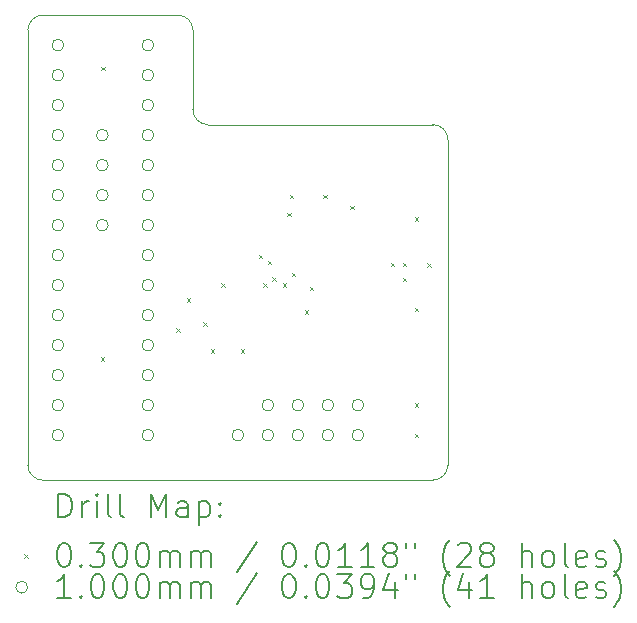
<source format=gbr>
%TF.GenerationSoftware,KiCad,Pcbnew,9.0.0*%
%TF.CreationDate,2025-07-06T15:54:37+02:00*%
%TF.ProjectId,ckbd,636b6264-2e6b-4696-9361-645f70636258,d*%
%TF.SameCoordinates,Original*%
%TF.FileFunction,Drillmap*%
%TF.FilePolarity,Positive*%
%FSLAX45Y45*%
G04 Gerber Fmt 4.5, Leading zero omitted, Abs format (unit mm)*
G04 Created by KiCad (PCBNEW 9.0.0) date 2025-07-06 15:54:37*
%MOMM*%
%LPD*%
G01*
G04 APERTURE LIST*
%ADD10C,0.050000*%
%ADD11C,0.200000*%
%ADD12C,0.100000*%
G04 APERTURE END LIST*
D10*
X13896340Y-4808220D02*
G75*
G02*
X14023340Y-4935220I0J-127000D01*
G01*
X10467340Y-4008120D02*
G75*
G02*
X10594340Y-3881120I127000J0D01*
G01*
X11991340Y-4808220D02*
G75*
G02*
X11864340Y-4681220I0J127000D01*
G01*
X14023340Y-7691120D02*
G75*
G02*
X13896340Y-7818120I-127000J0D01*
G01*
X10467340Y-4008120D02*
X10467340Y-7691120D01*
X11737340Y-3881120D02*
X10594340Y-3881120D01*
X10594340Y-7818120D02*
X13896340Y-7818120D01*
X13896340Y-4808220D02*
X11991340Y-4808220D01*
X10594340Y-7818120D02*
G75*
G02*
X10467340Y-7691120I0J127000D01*
G01*
X11864340Y-4008120D02*
X11864340Y-4681220D01*
X11737340Y-3881120D02*
G75*
G02*
X11864340Y-4008120I0J-127000D01*
G01*
X14023340Y-7691120D02*
X14023340Y-4935220D01*
D11*
D12*
X11084800Y-6779500D02*
X11114800Y-6809500D01*
X11114800Y-6779500D02*
X11084800Y-6809500D01*
X11087340Y-4318240D02*
X11117340Y-4348240D01*
X11117340Y-4318240D02*
X11087340Y-4348240D01*
X11722340Y-6533120D02*
X11752340Y-6563120D01*
X11752340Y-6533120D02*
X11722340Y-6563120D01*
X11812200Y-6279120D02*
X11842200Y-6309120D01*
X11842200Y-6279120D02*
X11812200Y-6309120D01*
X11950940Y-6482320D02*
X11980940Y-6512320D01*
X11980940Y-6482320D02*
X11950940Y-6512320D01*
X12014440Y-6710920D02*
X12044440Y-6740920D01*
X12044440Y-6710920D02*
X12014440Y-6740920D01*
X12103340Y-6152120D02*
X12133340Y-6182120D01*
X12133340Y-6152120D02*
X12103340Y-6182120D01*
X12268440Y-6710920D02*
X12298440Y-6740920D01*
X12298440Y-6710920D02*
X12268440Y-6740920D01*
X12420840Y-5910820D02*
X12450840Y-5940820D01*
X12450840Y-5910820D02*
X12420840Y-5940820D01*
X12459126Y-6152120D02*
X12489126Y-6182120D01*
X12489126Y-6152120D02*
X12459126Y-6182120D01*
X12497040Y-5961620D02*
X12527040Y-5991620D01*
X12527040Y-5961620D02*
X12497040Y-5991620D01*
X12535140Y-6101320D02*
X12565140Y-6131320D01*
X12565140Y-6101320D02*
X12535140Y-6131320D01*
X12624040Y-6152120D02*
X12654040Y-6182120D01*
X12654040Y-6152120D02*
X12624040Y-6182120D01*
X12662540Y-5555220D02*
X12692540Y-5585220D01*
X12692540Y-5555220D02*
X12662540Y-5585220D01*
X12682460Y-5400650D02*
X12712460Y-5430650D01*
X12712460Y-5400650D02*
X12682460Y-5430650D01*
X12700240Y-6060680D02*
X12730240Y-6090680D01*
X12730240Y-6060680D02*
X12700240Y-6090680D01*
X12812000Y-6380720D02*
X12842000Y-6410720D01*
X12842000Y-6380720D02*
X12812000Y-6410720D01*
X12852640Y-6182600D02*
X12882640Y-6212600D01*
X12882640Y-6182600D02*
X12852640Y-6212600D01*
X12966940Y-5400280D02*
X12996940Y-5430280D01*
X12996940Y-5400280D02*
X12966940Y-5430280D01*
X13198080Y-5496800D02*
X13228080Y-5526800D01*
X13228080Y-5496800D02*
X13198080Y-5526800D01*
X13540365Y-5977475D02*
X13570365Y-6007475D01*
X13570365Y-5977475D02*
X13540365Y-6007475D01*
X13641965Y-5977475D02*
X13671965Y-6007475D01*
X13671965Y-5977475D02*
X13641965Y-6007475D01*
X13641965Y-6104475D02*
X13671965Y-6134475D01*
X13671965Y-6104475D02*
X13641965Y-6134475D01*
X13741640Y-5593320D02*
X13771640Y-5623320D01*
X13771640Y-5593320D02*
X13741640Y-5623320D01*
X13741640Y-7168120D02*
X13771640Y-7198120D01*
X13771640Y-7168120D02*
X13741640Y-7198120D01*
X13741640Y-7427200D02*
X13771640Y-7457200D01*
X13771640Y-7427200D02*
X13741640Y-7457200D01*
X13743565Y-6358475D02*
X13773565Y-6388475D01*
X13773565Y-6358475D02*
X13743565Y-6388475D01*
X13849015Y-5981325D02*
X13879015Y-6011325D01*
X13879015Y-5981325D02*
X13849015Y-6011325D01*
X10771340Y-4135120D02*
G75*
G02*
X10671340Y-4135120I-50000J0D01*
G01*
X10671340Y-4135120D02*
G75*
G02*
X10771340Y-4135120I50000J0D01*
G01*
X10771340Y-4389120D02*
G75*
G02*
X10671340Y-4389120I-50000J0D01*
G01*
X10671340Y-4389120D02*
G75*
G02*
X10771340Y-4389120I50000J0D01*
G01*
X10771340Y-4643120D02*
G75*
G02*
X10671340Y-4643120I-50000J0D01*
G01*
X10671340Y-4643120D02*
G75*
G02*
X10771340Y-4643120I50000J0D01*
G01*
X10771340Y-4897120D02*
G75*
G02*
X10671340Y-4897120I-50000J0D01*
G01*
X10671340Y-4897120D02*
G75*
G02*
X10771340Y-4897120I50000J0D01*
G01*
X10771340Y-5151120D02*
G75*
G02*
X10671340Y-5151120I-50000J0D01*
G01*
X10671340Y-5151120D02*
G75*
G02*
X10771340Y-5151120I50000J0D01*
G01*
X10771340Y-5405120D02*
G75*
G02*
X10671340Y-5405120I-50000J0D01*
G01*
X10671340Y-5405120D02*
G75*
G02*
X10771340Y-5405120I50000J0D01*
G01*
X10771340Y-5659120D02*
G75*
G02*
X10671340Y-5659120I-50000J0D01*
G01*
X10671340Y-5659120D02*
G75*
G02*
X10771340Y-5659120I50000J0D01*
G01*
X10771340Y-5913120D02*
G75*
G02*
X10671340Y-5913120I-50000J0D01*
G01*
X10671340Y-5913120D02*
G75*
G02*
X10771340Y-5913120I50000J0D01*
G01*
X10771340Y-6167120D02*
G75*
G02*
X10671340Y-6167120I-50000J0D01*
G01*
X10671340Y-6167120D02*
G75*
G02*
X10771340Y-6167120I50000J0D01*
G01*
X10771340Y-6421120D02*
G75*
G02*
X10671340Y-6421120I-50000J0D01*
G01*
X10671340Y-6421120D02*
G75*
G02*
X10771340Y-6421120I50000J0D01*
G01*
X10771340Y-6675120D02*
G75*
G02*
X10671340Y-6675120I-50000J0D01*
G01*
X10671340Y-6675120D02*
G75*
G02*
X10771340Y-6675120I50000J0D01*
G01*
X10771340Y-6929120D02*
G75*
G02*
X10671340Y-6929120I-50000J0D01*
G01*
X10671340Y-6929120D02*
G75*
G02*
X10771340Y-6929120I50000J0D01*
G01*
X10771340Y-7183120D02*
G75*
G02*
X10671340Y-7183120I-50000J0D01*
G01*
X10671340Y-7183120D02*
G75*
G02*
X10771340Y-7183120I50000J0D01*
G01*
X10771340Y-7437120D02*
G75*
G02*
X10671340Y-7437120I-50000J0D01*
G01*
X10671340Y-7437120D02*
G75*
G02*
X10771340Y-7437120I50000J0D01*
G01*
X11147260Y-4897120D02*
G75*
G02*
X11047260Y-4897120I-50000J0D01*
G01*
X11047260Y-4897120D02*
G75*
G02*
X11147260Y-4897120I50000J0D01*
G01*
X11147260Y-5151120D02*
G75*
G02*
X11047260Y-5151120I-50000J0D01*
G01*
X11047260Y-5151120D02*
G75*
G02*
X11147260Y-5151120I50000J0D01*
G01*
X11147260Y-5405120D02*
G75*
G02*
X11047260Y-5405120I-50000J0D01*
G01*
X11047260Y-5405120D02*
G75*
G02*
X11147260Y-5405120I50000J0D01*
G01*
X11147260Y-5659120D02*
G75*
G02*
X11047260Y-5659120I-50000J0D01*
G01*
X11047260Y-5659120D02*
G75*
G02*
X11147260Y-5659120I50000J0D01*
G01*
X11533340Y-4135120D02*
G75*
G02*
X11433340Y-4135120I-50000J0D01*
G01*
X11433340Y-4135120D02*
G75*
G02*
X11533340Y-4135120I50000J0D01*
G01*
X11533340Y-4389120D02*
G75*
G02*
X11433340Y-4389120I-50000J0D01*
G01*
X11433340Y-4389120D02*
G75*
G02*
X11533340Y-4389120I50000J0D01*
G01*
X11533340Y-4643120D02*
G75*
G02*
X11433340Y-4643120I-50000J0D01*
G01*
X11433340Y-4643120D02*
G75*
G02*
X11533340Y-4643120I50000J0D01*
G01*
X11533340Y-4897120D02*
G75*
G02*
X11433340Y-4897120I-50000J0D01*
G01*
X11433340Y-4897120D02*
G75*
G02*
X11533340Y-4897120I50000J0D01*
G01*
X11533340Y-5151120D02*
G75*
G02*
X11433340Y-5151120I-50000J0D01*
G01*
X11433340Y-5151120D02*
G75*
G02*
X11533340Y-5151120I50000J0D01*
G01*
X11533340Y-5405120D02*
G75*
G02*
X11433340Y-5405120I-50000J0D01*
G01*
X11433340Y-5405120D02*
G75*
G02*
X11533340Y-5405120I50000J0D01*
G01*
X11533340Y-5659120D02*
G75*
G02*
X11433340Y-5659120I-50000J0D01*
G01*
X11433340Y-5659120D02*
G75*
G02*
X11533340Y-5659120I50000J0D01*
G01*
X11533340Y-5913120D02*
G75*
G02*
X11433340Y-5913120I-50000J0D01*
G01*
X11433340Y-5913120D02*
G75*
G02*
X11533340Y-5913120I50000J0D01*
G01*
X11533340Y-6167120D02*
G75*
G02*
X11433340Y-6167120I-50000J0D01*
G01*
X11433340Y-6167120D02*
G75*
G02*
X11533340Y-6167120I50000J0D01*
G01*
X11533340Y-6421120D02*
G75*
G02*
X11433340Y-6421120I-50000J0D01*
G01*
X11433340Y-6421120D02*
G75*
G02*
X11533340Y-6421120I50000J0D01*
G01*
X11533340Y-6675120D02*
G75*
G02*
X11433340Y-6675120I-50000J0D01*
G01*
X11433340Y-6675120D02*
G75*
G02*
X11533340Y-6675120I50000J0D01*
G01*
X11533340Y-6929120D02*
G75*
G02*
X11433340Y-6929120I-50000J0D01*
G01*
X11433340Y-6929120D02*
G75*
G02*
X11533340Y-6929120I50000J0D01*
G01*
X11533340Y-7183120D02*
G75*
G02*
X11433340Y-7183120I-50000J0D01*
G01*
X11433340Y-7183120D02*
G75*
G02*
X11533340Y-7183120I50000J0D01*
G01*
X11533340Y-7437120D02*
G75*
G02*
X11433340Y-7437120I-50000J0D01*
G01*
X11433340Y-7437120D02*
G75*
G02*
X11533340Y-7437120I50000J0D01*
G01*
X12295340Y-7437120D02*
G75*
G02*
X12195340Y-7437120I-50000J0D01*
G01*
X12195340Y-7437120D02*
G75*
G02*
X12295340Y-7437120I50000J0D01*
G01*
X12549340Y-7183120D02*
G75*
G02*
X12449340Y-7183120I-50000J0D01*
G01*
X12449340Y-7183120D02*
G75*
G02*
X12549340Y-7183120I50000J0D01*
G01*
X12549340Y-7437120D02*
G75*
G02*
X12449340Y-7437120I-50000J0D01*
G01*
X12449340Y-7437120D02*
G75*
G02*
X12549340Y-7437120I50000J0D01*
G01*
X12803340Y-7183120D02*
G75*
G02*
X12703340Y-7183120I-50000J0D01*
G01*
X12703340Y-7183120D02*
G75*
G02*
X12803340Y-7183120I50000J0D01*
G01*
X12803340Y-7437120D02*
G75*
G02*
X12703340Y-7437120I-50000J0D01*
G01*
X12703340Y-7437120D02*
G75*
G02*
X12803340Y-7437120I50000J0D01*
G01*
X13057340Y-7183120D02*
G75*
G02*
X12957340Y-7183120I-50000J0D01*
G01*
X12957340Y-7183120D02*
G75*
G02*
X13057340Y-7183120I50000J0D01*
G01*
X13057340Y-7437120D02*
G75*
G02*
X12957340Y-7437120I-50000J0D01*
G01*
X12957340Y-7437120D02*
G75*
G02*
X13057340Y-7437120I50000J0D01*
G01*
X13311340Y-7183120D02*
G75*
G02*
X13211340Y-7183120I-50000J0D01*
G01*
X13211340Y-7183120D02*
G75*
G02*
X13311340Y-7183120I50000J0D01*
G01*
X13311340Y-7437120D02*
G75*
G02*
X13211340Y-7437120I-50000J0D01*
G01*
X13211340Y-7437120D02*
G75*
G02*
X13311340Y-7437120I50000J0D01*
G01*
D11*
X10725617Y-8132104D02*
X10725617Y-7932104D01*
X10725617Y-7932104D02*
X10773236Y-7932104D01*
X10773236Y-7932104D02*
X10801807Y-7941628D01*
X10801807Y-7941628D02*
X10820855Y-7960675D01*
X10820855Y-7960675D02*
X10830379Y-7979723D01*
X10830379Y-7979723D02*
X10839903Y-8017818D01*
X10839903Y-8017818D02*
X10839903Y-8046389D01*
X10839903Y-8046389D02*
X10830379Y-8084485D01*
X10830379Y-8084485D02*
X10820855Y-8103532D01*
X10820855Y-8103532D02*
X10801807Y-8122580D01*
X10801807Y-8122580D02*
X10773236Y-8132104D01*
X10773236Y-8132104D02*
X10725617Y-8132104D01*
X10925617Y-8132104D02*
X10925617Y-7998770D01*
X10925617Y-8036866D02*
X10935141Y-8017818D01*
X10935141Y-8017818D02*
X10944664Y-8008294D01*
X10944664Y-8008294D02*
X10963712Y-7998770D01*
X10963712Y-7998770D02*
X10982760Y-7998770D01*
X11049426Y-8132104D02*
X11049426Y-7998770D01*
X11049426Y-7932104D02*
X11039903Y-7941628D01*
X11039903Y-7941628D02*
X11049426Y-7951151D01*
X11049426Y-7951151D02*
X11058950Y-7941628D01*
X11058950Y-7941628D02*
X11049426Y-7932104D01*
X11049426Y-7932104D02*
X11049426Y-7951151D01*
X11173236Y-8132104D02*
X11154188Y-8122580D01*
X11154188Y-8122580D02*
X11144664Y-8103532D01*
X11144664Y-8103532D02*
X11144664Y-7932104D01*
X11277998Y-8132104D02*
X11258950Y-8122580D01*
X11258950Y-8122580D02*
X11249426Y-8103532D01*
X11249426Y-8103532D02*
X11249426Y-7932104D01*
X11506569Y-8132104D02*
X11506569Y-7932104D01*
X11506569Y-7932104D02*
X11573236Y-8074961D01*
X11573236Y-8074961D02*
X11639902Y-7932104D01*
X11639902Y-7932104D02*
X11639902Y-8132104D01*
X11820855Y-8132104D02*
X11820855Y-8027342D01*
X11820855Y-8027342D02*
X11811331Y-8008294D01*
X11811331Y-8008294D02*
X11792283Y-7998770D01*
X11792283Y-7998770D02*
X11754188Y-7998770D01*
X11754188Y-7998770D02*
X11735141Y-8008294D01*
X11820855Y-8122580D02*
X11801807Y-8132104D01*
X11801807Y-8132104D02*
X11754188Y-8132104D01*
X11754188Y-8132104D02*
X11735141Y-8122580D01*
X11735141Y-8122580D02*
X11725617Y-8103532D01*
X11725617Y-8103532D02*
X11725617Y-8084485D01*
X11725617Y-8084485D02*
X11735141Y-8065437D01*
X11735141Y-8065437D02*
X11754188Y-8055913D01*
X11754188Y-8055913D02*
X11801807Y-8055913D01*
X11801807Y-8055913D02*
X11820855Y-8046389D01*
X11916093Y-7998770D02*
X11916093Y-8198770D01*
X11916093Y-8008294D02*
X11935141Y-7998770D01*
X11935141Y-7998770D02*
X11973236Y-7998770D01*
X11973236Y-7998770D02*
X11992283Y-8008294D01*
X11992283Y-8008294D02*
X12001807Y-8017818D01*
X12001807Y-8017818D02*
X12011331Y-8036866D01*
X12011331Y-8036866D02*
X12011331Y-8094008D01*
X12011331Y-8094008D02*
X12001807Y-8113056D01*
X12001807Y-8113056D02*
X11992283Y-8122580D01*
X11992283Y-8122580D02*
X11973236Y-8132104D01*
X11973236Y-8132104D02*
X11935141Y-8132104D01*
X11935141Y-8132104D02*
X11916093Y-8122580D01*
X12097045Y-8113056D02*
X12106569Y-8122580D01*
X12106569Y-8122580D02*
X12097045Y-8132104D01*
X12097045Y-8132104D02*
X12087522Y-8122580D01*
X12087522Y-8122580D02*
X12097045Y-8113056D01*
X12097045Y-8113056D02*
X12097045Y-8132104D01*
X12097045Y-8008294D02*
X12106569Y-8017818D01*
X12106569Y-8017818D02*
X12097045Y-8027342D01*
X12097045Y-8027342D02*
X12087522Y-8017818D01*
X12087522Y-8017818D02*
X12097045Y-8008294D01*
X12097045Y-8008294D02*
X12097045Y-8027342D01*
D12*
X10434840Y-8445620D02*
X10464840Y-8475620D01*
X10464840Y-8445620D02*
X10434840Y-8475620D01*
D11*
X10763712Y-8352104D02*
X10782760Y-8352104D01*
X10782760Y-8352104D02*
X10801807Y-8361628D01*
X10801807Y-8361628D02*
X10811331Y-8371151D01*
X10811331Y-8371151D02*
X10820855Y-8390199D01*
X10820855Y-8390199D02*
X10830379Y-8428294D01*
X10830379Y-8428294D02*
X10830379Y-8475913D01*
X10830379Y-8475913D02*
X10820855Y-8514009D01*
X10820855Y-8514009D02*
X10811331Y-8533056D01*
X10811331Y-8533056D02*
X10801807Y-8542580D01*
X10801807Y-8542580D02*
X10782760Y-8552104D01*
X10782760Y-8552104D02*
X10763712Y-8552104D01*
X10763712Y-8552104D02*
X10744664Y-8542580D01*
X10744664Y-8542580D02*
X10735141Y-8533056D01*
X10735141Y-8533056D02*
X10725617Y-8514009D01*
X10725617Y-8514009D02*
X10716093Y-8475913D01*
X10716093Y-8475913D02*
X10716093Y-8428294D01*
X10716093Y-8428294D02*
X10725617Y-8390199D01*
X10725617Y-8390199D02*
X10735141Y-8371151D01*
X10735141Y-8371151D02*
X10744664Y-8361628D01*
X10744664Y-8361628D02*
X10763712Y-8352104D01*
X10916093Y-8533056D02*
X10925617Y-8542580D01*
X10925617Y-8542580D02*
X10916093Y-8552104D01*
X10916093Y-8552104D02*
X10906569Y-8542580D01*
X10906569Y-8542580D02*
X10916093Y-8533056D01*
X10916093Y-8533056D02*
X10916093Y-8552104D01*
X10992284Y-8352104D02*
X11116093Y-8352104D01*
X11116093Y-8352104D02*
X11049426Y-8428294D01*
X11049426Y-8428294D02*
X11077998Y-8428294D01*
X11077998Y-8428294D02*
X11097045Y-8437818D01*
X11097045Y-8437818D02*
X11106569Y-8447342D01*
X11106569Y-8447342D02*
X11116093Y-8466390D01*
X11116093Y-8466390D02*
X11116093Y-8514009D01*
X11116093Y-8514009D02*
X11106569Y-8533056D01*
X11106569Y-8533056D02*
X11097045Y-8542580D01*
X11097045Y-8542580D02*
X11077998Y-8552104D01*
X11077998Y-8552104D02*
X11020855Y-8552104D01*
X11020855Y-8552104D02*
X11001807Y-8542580D01*
X11001807Y-8542580D02*
X10992284Y-8533056D01*
X11239902Y-8352104D02*
X11258950Y-8352104D01*
X11258950Y-8352104D02*
X11277998Y-8361628D01*
X11277998Y-8361628D02*
X11287522Y-8371151D01*
X11287522Y-8371151D02*
X11297045Y-8390199D01*
X11297045Y-8390199D02*
X11306569Y-8428294D01*
X11306569Y-8428294D02*
X11306569Y-8475913D01*
X11306569Y-8475913D02*
X11297045Y-8514009D01*
X11297045Y-8514009D02*
X11287522Y-8533056D01*
X11287522Y-8533056D02*
X11277998Y-8542580D01*
X11277998Y-8542580D02*
X11258950Y-8552104D01*
X11258950Y-8552104D02*
X11239902Y-8552104D01*
X11239902Y-8552104D02*
X11220855Y-8542580D01*
X11220855Y-8542580D02*
X11211331Y-8533056D01*
X11211331Y-8533056D02*
X11201807Y-8514009D01*
X11201807Y-8514009D02*
X11192283Y-8475913D01*
X11192283Y-8475913D02*
X11192283Y-8428294D01*
X11192283Y-8428294D02*
X11201807Y-8390199D01*
X11201807Y-8390199D02*
X11211331Y-8371151D01*
X11211331Y-8371151D02*
X11220855Y-8361628D01*
X11220855Y-8361628D02*
X11239902Y-8352104D01*
X11430379Y-8352104D02*
X11449426Y-8352104D01*
X11449426Y-8352104D02*
X11468474Y-8361628D01*
X11468474Y-8361628D02*
X11477998Y-8371151D01*
X11477998Y-8371151D02*
X11487522Y-8390199D01*
X11487522Y-8390199D02*
X11497045Y-8428294D01*
X11497045Y-8428294D02*
X11497045Y-8475913D01*
X11497045Y-8475913D02*
X11487522Y-8514009D01*
X11487522Y-8514009D02*
X11477998Y-8533056D01*
X11477998Y-8533056D02*
X11468474Y-8542580D01*
X11468474Y-8542580D02*
X11449426Y-8552104D01*
X11449426Y-8552104D02*
X11430379Y-8552104D01*
X11430379Y-8552104D02*
X11411331Y-8542580D01*
X11411331Y-8542580D02*
X11401807Y-8533056D01*
X11401807Y-8533056D02*
X11392283Y-8514009D01*
X11392283Y-8514009D02*
X11382760Y-8475913D01*
X11382760Y-8475913D02*
X11382760Y-8428294D01*
X11382760Y-8428294D02*
X11392283Y-8390199D01*
X11392283Y-8390199D02*
X11401807Y-8371151D01*
X11401807Y-8371151D02*
X11411331Y-8361628D01*
X11411331Y-8361628D02*
X11430379Y-8352104D01*
X11582760Y-8552104D02*
X11582760Y-8418770D01*
X11582760Y-8437818D02*
X11592283Y-8428294D01*
X11592283Y-8428294D02*
X11611331Y-8418770D01*
X11611331Y-8418770D02*
X11639903Y-8418770D01*
X11639903Y-8418770D02*
X11658950Y-8428294D01*
X11658950Y-8428294D02*
X11668474Y-8447342D01*
X11668474Y-8447342D02*
X11668474Y-8552104D01*
X11668474Y-8447342D02*
X11677998Y-8428294D01*
X11677998Y-8428294D02*
X11697045Y-8418770D01*
X11697045Y-8418770D02*
X11725617Y-8418770D01*
X11725617Y-8418770D02*
X11744664Y-8428294D01*
X11744664Y-8428294D02*
X11754188Y-8447342D01*
X11754188Y-8447342D02*
X11754188Y-8552104D01*
X11849426Y-8552104D02*
X11849426Y-8418770D01*
X11849426Y-8437818D02*
X11858950Y-8428294D01*
X11858950Y-8428294D02*
X11877998Y-8418770D01*
X11877998Y-8418770D02*
X11906569Y-8418770D01*
X11906569Y-8418770D02*
X11925617Y-8428294D01*
X11925617Y-8428294D02*
X11935141Y-8447342D01*
X11935141Y-8447342D02*
X11935141Y-8552104D01*
X11935141Y-8447342D02*
X11944664Y-8428294D01*
X11944664Y-8428294D02*
X11963712Y-8418770D01*
X11963712Y-8418770D02*
X11992283Y-8418770D01*
X11992283Y-8418770D02*
X12011331Y-8428294D01*
X12011331Y-8428294D02*
X12020855Y-8447342D01*
X12020855Y-8447342D02*
X12020855Y-8552104D01*
X12411331Y-8342580D02*
X12239903Y-8599723D01*
X12668474Y-8352104D02*
X12687522Y-8352104D01*
X12687522Y-8352104D02*
X12706569Y-8361628D01*
X12706569Y-8361628D02*
X12716093Y-8371151D01*
X12716093Y-8371151D02*
X12725617Y-8390199D01*
X12725617Y-8390199D02*
X12735141Y-8428294D01*
X12735141Y-8428294D02*
X12735141Y-8475913D01*
X12735141Y-8475913D02*
X12725617Y-8514009D01*
X12725617Y-8514009D02*
X12716093Y-8533056D01*
X12716093Y-8533056D02*
X12706569Y-8542580D01*
X12706569Y-8542580D02*
X12687522Y-8552104D01*
X12687522Y-8552104D02*
X12668474Y-8552104D01*
X12668474Y-8552104D02*
X12649426Y-8542580D01*
X12649426Y-8542580D02*
X12639903Y-8533056D01*
X12639903Y-8533056D02*
X12630379Y-8514009D01*
X12630379Y-8514009D02*
X12620855Y-8475913D01*
X12620855Y-8475913D02*
X12620855Y-8428294D01*
X12620855Y-8428294D02*
X12630379Y-8390199D01*
X12630379Y-8390199D02*
X12639903Y-8371151D01*
X12639903Y-8371151D02*
X12649426Y-8361628D01*
X12649426Y-8361628D02*
X12668474Y-8352104D01*
X12820855Y-8533056D02*
X12830379Y-8542580D01*
X12830379Y-8542580D02*
X12820855Y-8552104D01*
X12820855Y-8552104D02*
X12811331Y-8542580D01*
X12811331Y-8542580D02*
X12820855Y-8533056D01*
X12820855Y-8533056D02*
X12820855Y-8552104D01*
X12954188Y-8352104D02*
X12973236Y-8352104D01*
X12973236Y-8352104D02*
X12992284Y-8361628D01*
X12992284Y-8361628D02*
X13001807Y-8371151D01*
X13001807Y-8371151D02*
X13011331Y-8390199D01*
X13011331Y-8390199D02*
X13020855Y-8428294D01*
X13020855Y-8428294D02*
X13020855Y-8475913D01*
X13020855Y-8475913D02*
X13011331Y-8514009D01*
X13011331Y-8514009D02*
X13001807Y-8533056D01*
X13001807Y-8533056D02*
X12992284Y-8542580D01*
X12992284Y-8542580D02*
X12973236Y-8552104D01*
X12973236Y-8552104D02*
X12954188Y-8552104D01*
X12954188Y-8552104D02*
X12935141Y-8542580D01*
X12935141Y-8542580D02*
X12925617Y-8533056D01*
X12925617Y-8533056D02*
X12916093Y-8514009D01*
X12916093Y-8514009D02*
X12906569Y-8475913D01*
X12906569Y-8475913D02*
X12906569Y-8428294D01*
X12906569Y-8428294D02*
X12916093Y-8390199D01*
X12916093Y-8390199D02*
X12925617Y-8371151D01*
X12925617Y-8371151D02*
X12935141Y-8361628D01*
X12935141Y-8361628D02*
X12954188Y-8352104D01*
X13211331Y-8552104D02*
X13097046Y-8552104D01*
X13154188Y-8552104D02*
X13154188Y-8352104D01*
X13154188Y-8352104D02*
X13135141Y-8380675D01*
X13135141Y-8380675D02*
X13116093Y-8399723D01*
X13116093Y-8399723D02*
X13097046Y-8409247D01*
X13401807Y-8552104D02*
X13287522Y-8552104D01*
X13344665Y-8552104D02*
X13344665Y-8352104D01*
X13344665Y-8352104D02*
X13325617Y-8380675D01*
X13325617Y-8380675D02*
X13306569Y-8399723D01*
X13306569Y-8399723D02*
X13287522Y-8409247D01*
X13516093Y-8437818D02*
X13497046Y-8428294D01*
X13497046Y-8428294D02*
X13487522Y-8418770D01*
X13487522Y-8418770D02*
X13477998Y-8399723D01*
X13477998Y-8399723D02*
X13477998Y-8390199D01*
X13477998Y-8390199D02*
X13487522Y-8371151D01*
X13487522Y-8371151D02*
X13497046Y-8361628D01*
X13497046Y-8361628D02*
X13516093Y-8352104D01*
X13516093Y-8352104D02*
X13554188Y-8352104D01*
X13554188Y-8352104D02*
X13573236Y-8361628D01*
X13573236Y-8361628D02*
X13582760Y-8371151D01*
X13582760Y-8371151D02*
X13592284Y-8390199D01*
X13592284Y-8390199D02*
X13592284Y-8399723D01*
X13592284Y-8399723D02*
X13582760Y-8418770D01*
X13582760Y-8418770D02*
X13573236Y-8428294D01*
X13573236Y-8428294D02*
X13554188Y-8437818D01*
X13554188Y-8437818D02*
X13516093Y-8437818D01*
X13516093Y-8437818D02*
X13497046Y-8447342D01*
X13497046Y-8447342D02*
X13487522Y-8456866D01*
X13487522Y-8456866D02*
X13477998Y-8475913D01*
X13477998Y-8475913D02*
X13477998Y-8514009D01*
X13477998Y-8514009D02*
X13487522Y-8533056D01*
X13487522Y-8533056D02*
X13497046Y-8542580D01*
X13497046Y-8542580D02*
X13516093Y-8552104D01*
X13516093Y-8552104D02*
X13554188Y-8552104D01*
X13554188Y-8552104D02*
X13573236Y-8542580D01*
X13573236Y-8542580D02*
X13582760Y-8533056D01*
X13582760Y-8533056D02*
X13592284Y-8514009D01*
X13592284Y-8514009D02*
X13592284Y-8475913D01*
X13592284Y-8475913D02*
X13582760Y-8456866D01*
X13582760Y-8456866D02*
X13573236Y-8447342D01*
X13573236Y-8447342D02*
X13554188Y-8437818D01*
X13668474Y-8352104D02*
X13668474Y-8390199D01*
X13744665Y-8352104D02*
X13744665Y-8390199D01*
X14039903Y-8628294D02*
X14030379Y-8618770D01*
X14030379Y-8618770D02*
X14011331Y-8590199D01*
X14011331Y-8590199D02*
X14001808Y-8571151D01*
X14001808Y-8571151D02*
X13992284Y-8542580D01*
X13992284Y-8542580D02*
X13982760Y-8494961D01*
X13982760Y-8494961D02*
X13982760Y-8456866D01*
X13982760Y-8456866D02*
X13992284Y-8409247D01*
X13992284Y-8409247D02*
X14001808Y-8380675D01*
X14001808Y-8380675D02*
X14011331Y-8361628D01*
X14011331Y-8361628D02*
X14030379Y-8333056D01*
X14030379Y-8333056D02*
X14039903Y-8323532D01*
X14106569Y-8371151D02*
X14116093Y-8361628D01*
X14116093Y-8361628D02*
X14135141Y-8352104D01*
X14135141Y-8352104D02*
X14182760Y-8352104D01*
X14182760Y-8352104D02*
X14201808Y-8361628D01*
X14201808Y-8361628D02*
X14211331Y-8371151D01*
X14211331Y-8371151D02*
X14220855Y-8390199D01*
X14220855Y-8390199D02*
X14220855Y-8409247D01*
X14220855Y-8409247D02*
X14211331Y-8437818D01*
X14211331Y-8437818D02*
X14097046Y-8552104D01*
X14097046Y-8552104D02*
X14220855Y-8552104D01*
X14335141Y-8437818D02*
X14316093Y-8428294D01*
X14316093Y-8428294D02*
X14306569Y-8418770D01*
X14306569Y-8418770D02*
X14297046Y-8399723D01*
X14297046Y-8399723D02*
X14297046Y-8390199D01*
X14297046Y-8390199D02*
X14306569Y-8371151D01*
X14306569Y-8371151D02*
X14316093Y-8361628D01*
X14316093Y-8361628D02*
X14335141Y-8352104D01*
X14335141Y-8352104D02*
X14373236Y-8352104D01*
X14373236Y-8352104D02*
X14392284Y-8361628D01*
X14392284Y-8361628D02*
X14401808Y-8371151D01*
X14401808Y-8371151D02*
X14411331Y-8390199D01*
X14411331Y-8390199D02*
X14411331Y-8399723D01*
X14411331Y-8399723D02*
X14401808Y-8418770D01*
X14401808Y-8418770D02*
X14392284Y-8428294D01*
X14392284Y-8428294D02*
X14373236Y-8437818D01*
X14373236Y-8437818D02*
X14335141Y-8437818D01*
X14335141Y-8437818D02*
X14316093Y-8447342D01*
X14316093Y-8447342D02*
X14306569Y-8456866D01*
X14306569Y-8456866D02*
X14297046Y-8475913D01*
X14297046Y-8475913D02*
X14297046Y-8514009D01*
X14297046Y-8514009D02*
X14306569Y-8533056D01*
X14306569Y-8533056D02*
X14316093Y-8542580D01*
X14316093Y-8542580D02*
X14335141Y-8552104D01*
X14335141Y-8552104D02*
X14373236Y-8552104D01*
X14373236Y-8552104D02*
X14392284Y-8542580D01*
X14392284Y-8542580D02*
X14401808Y-8533056D01*
X14401808Y-8533056D02*
X14411331Y-8514009D01*
X14411331Y-8514009D02*
X14411331Y-8475913D01*
X14411331Y-8475913D02*
X14401808Y-8456866D01*
X14401808Y-8456866D02*
X14392284Y-8447342D01*
X14392284Y-8447342D02*
X14373236Y-8437818D01*
X14649427Y-8552104D02*
X14649427Y-8352104D01*
X14735141Y-8552104D02*
X14735141Y-8447342D01*
X14735141Y-8447342D02*
X14725617Y-8428294D01*
X14725617Y-8428294D02*
X14706570Y-8418770D01*
X14706570Y-8418770D02*
X14677998Y-8418770D01*
X14677998Y-8418770D02*
X14658950Y-8428294D01*
X14658950Y-8428294D02*
X14649427Y-8437818D01*
X14858950Y-8552104D02*
X14839903Y-8542580D01*
X14839903Y-8542580D02*
X14830379Y-8533056D01*
X14830379Y-8533056D02*
X14820855Y-8514009D01*
X14820855Y-8514009D02*
X14820855Y-8456866D01*
X14820855Y-8456866D02*
X14830379Y-8437818D01*
X14830379Y-8437818D02*
X14839903Y-8428294D01*
X14839903Y-8428294D02*
X14858950Y-8418770D01*
X14858950Y-8418770D02*
X14887522Y-8418770D01*
X14887522Y-8418770D02*
X14906570Y-8428294D01*
X14906570Y-8428294D02*
X14916093Y-8437818D01*
X14916093Y-8437818D02*
X14925617Y-8456866D01*
X14925617Y-8456866D02*
X14925617Y-8514009D01*
X14925617Y-8514009D02*
X14916093Y-8533056D01*
X14916093Y-8533056D02*
X14906570Y-8542580D01*
X14906570Y-8542580D02*
X14887522Y-8552104D01*
X14887522Y-8552104D02*
X14858950Y-8552104D01*
X15039903Y-8552104D02*
X15020855Y-8542580D01*
X15020855Y-8542580D02*
X15011331Y-8523532D01*
X15011331Y-8523532D02*
X15011331Y-8352104D01*
X15192284Y-8542580D02*
X15173236Y-8552104D01*
X15173236Y-8552104D02*
X15135141Y-8552104D01*
X15135141Y-8552104D02*
X15116093Y-8542580D01*
X15116093Y-8542580D02*
X15106570Y-8523532D01*
X15106570Y-8523532D02*
X15106570Y-8447342D01*
X15106570Y-8447342D02*
X15116093Y-8428294D01*
X15116093Y-8428294D02*
X15135141Y-8418770D01*
X15135141Y-8418770D02*
X15173236Y-8418770D01*
X15173236Y-8418770D02*
X15192284Y-8428294D01*
X15192284Y-8428294D02*
X15201808Y-8447342D01*
X15201808Y-8447342D02*
X15201808Y-8466390D01*
X15201808Y-8466390D02*
X15106570Y-8485437D01*
X15277998Y-8542580D02*
X15297046Y-8552104D01*
X15297046Y-8552104D02*
X15335141Y-8552104D01*
X15335141Y-8552104D02*
X15354189Y-8542580D01*
X15354189Y-8542580D02*
X15363712Y-8523532D01*
X15363712Y-8523532D02*
X15363712Y-8514009D01*
X15363712Y-8514009D02*
X15354189Y-8494961D01*
X15354189Y-8494961D02*
X15335141Y-8485437D01*
X15335141Y-8485437D02*
X15306570Y-8485437D01*
X15306570Y-8485437D02*
X15287522Y-8475913D01*
X15287522Y-8475913D02*
X15277998Y-8456866D01*
X15277998Y-8456866D02*
X15277998Y-8447342D01*
X15277998Y-8447342D02*
X15287522Y-8428294D01*
X15287522Y-8428294D02*
X15306570Y-8418770D01*
X15306570Y-8418770D02*
X15335141Y-8418770D01*
X15335141Y-8418770D02*
X15354189Y-8428294D01*
X15430379Y-8628294D02*
X15439903Y-8618770D01*
X15439903Y-8618770D02*
X15458951Y-8590199D01*
X15458951Y-8590199D02*
X15468474Y-8571151D01*
X15468474Y-8571151D02*
X15477998Y-8542580D01*
X15477998Y-8542580D02*
X15487522Y-8494961D01*
X15487522Y-8494961D02*
X15487522Y-8456866D01*
X15487522Y-8456866D02*
X15477998Y-8409247D01*
X15477998Y-8409247D02*
X15468474Y-8380675D01*
X15468474Y-8380675D02*
X15458951Y-8361628D01*
X15458951Y-8361628D02*
X15439903Y-8333056D01*
X15439903Y-8333056D02*
X15430379Y-8323532D01*
D12*
X10464840Y-8724620D02*
G75*
G02*
X10364840Y-8724620I-50000J0D01*
G01*
X10364840Y-8724620D02*
G75*
G02*
X10464840Y-8724620I50000J0D01*
G01*
D11*
X10830379Y-8816104D02*
X10716093Y-8816104D01*
X10773236Y-8816104D02*
X10773236Y-8616104D01*
X10773236Y-8616104D02*
X10754188Y-8644675D01*
X10754188Y-8644675D02*
X10735141Y-8663723D01*
X10735141Y-8663723D02*
X10716093Y-8673247D01*
X10916093Y-8797056D02*
X10925617Y-8806580D01*
X10925617Y-8806580D02*
X10916093Y-8816104D01*
X10916093Y-8816104D02*
X10906569Y-8806580D01*
X10906569Y-8806580D02*
X10916093Y-8797056D01*
X10916093Y-8797056D02*
X10916093Y-8816104D01*
X11049426Y-8616104D02*
X11068474Y-8616104D01*
X11068474Y-8616104D02*
X11087522Y-8625628D01*
X11087522Y-8625628D02*
X11097045Y-8635151D01*
X11097045Y-8635151D02*
X11106569Y-8654199D01*
X11106569Y-8654199D02*
X11116093Y-8692294D01*
X11116093Y-8692294D02*
X11116093Y-8739913D01*
X11116093Y-8739913D02*
X11106569Y-8778009D01*
X11106569Y-8778009D02*
X11097045Y-8797056D01*
X11097045Y-8797056D02*
X11087522Y-8806580D01*
X11087522Y-8806580D02*
X11068474Y-8816104D01*
X11068474Y-8816104D02*
X11049426Y-8816104D01*
X11049426Y-8816104D02*
X11030379Y-8806580D01*
X11030379Y-8806580D02*
X11020855Y-8797056D01*
X11020855Y-8797056D02*
X11011331Y-8778009D01*
X11011331Y-8778009D02*
X11001807Y-8739913D01*
X11001807Y-8739913D02*
X11001807Y-8692294D01*
X11001807Y-8692294D02*
X11011331Y-8654199D01*
X11011331Y-8654199D02*
X11020855Y-8635151D01*
X11020855Y-8635151D02*
X11030379Y-8625628D01*
X11030379Y-8625628D02*
X11049426Y-8616104D01*
X11239902Y-8616104D02*
X11258950Y-8616104D01*
X11258950Y-8616104D02*
X11277998Y-8625628D01*
X11277998Y-8625628D02*
X11287522Y-8635151D01*
X11287522Y-8635151D02*
X11297045Y-8654199D01*
X11297045Y-8654199D02*
X11306569Y-8692294D01*
X11306569Y-8692294D02*
X11306569Y-8739913D01*
X11306569Y-8739913D02*
X11297045Y-8778009D01*
X11297045Y-8778009D02*
X11287522Y-8797056D01*
X11287522Y-8797056D02*
X11277998Y-8806580D01*
X11277998Y-8806580D02*
X11258950Y-8816104D01*
X11258950Y-8816104D02*
X11239902Y-8816104D01*
X11239902Y-8816104D02*
X11220855Y-8806580D01*
X11220855Y-8806580D02*
X11211331Y-8797056D01*
X11211331Y-8797056D02*
X11201807Y-8778009D01*
X11201807Y-8778009D02*
X11192283Y-8739913D01*
X11192283Y-8739913D02*
X11192283Y-8692294D01*
X11192283Y-8692294D02*
X11201807Y-8654199D01*
X11201807Y-8654199D02*
X11211331Y-8635151D01*
X11211331Y-8635151D02*
X11220855Y-8625628D01*
X11220855Y-8625628D02*
X11239902Y-8616104D01*
X11430379Y-8616104D02*
X11449426Y-8616104D01*
X11449426Y-8616104D02*
X11468474Y-8625628D01*
X11468474Y-8625628D02*
X11477998Y-8635151D01*
X11477998Y-8635151D02*
X11487522Y-8654199D01*
X11487522Y-8654199D02*
X11497045Y-8692294D01*
X11497045Y-8692294D02*
X11497045Y-8739913D01*
X11497045Y-8739913D02*
X11487522Y-8778009D01*
X11487522Y-8778009D02*
X11477998Y-8797056D01*
X11477998Y-8797056D02*
X11468474Y-8806580D01*
X11468474Y-8806580D02*
X11449426Y-8816104D01*
X11449426Y-8816104D02*
X11430379Y-8816104D01*
X11430379Y-8816104D02*
X11411331Y-8806580D01*
X11411331Y-8806580D02*
X11401807Y-8797056D01*
X11401807Y-8797056D02*
X11392283Y-8778009D01*
X11392283Y-8778009D02*
X11382760Y-8739913D01*
X11382760Y-8739913D02*
X11382760Y-8692294D01*
X11382760Y-8692294D02*
X11392283Y-8654199D01*
X11392283Y-8654199D02*
X11401807Y-8635151D01*
X11401807Y-8635151D02*
X11411331Y-8625628D01*
X11411331Y-8625628D02*
X11430379Y-8616104D01*
X11582760Y-8816104D02*
X11582760Y-8682770D01*
X11582760Y-8701818D02*
X11592283Y-8692294D01*
X11592283Y-8692294D02*
X11611331Y-8682770D01*
X11611331Y-8682770D02*
X11639903Y-8682770D01*
X11639903Y-8682770D02*
X11658950Y-8692294D01*
X11658950Y-8692294D02*
X11668474Y-8711342D01*
X11668474Y-8711342D02*
X11668474Y-8816104D01*
X11668474Y-8711342D02*
X11677998Y-8692294D01*
X11677998Y-8692294D02*
X11697045Y-8682770D01*
X11697045Y-8682770D02*
X11725617Y-8682770D01*
X11725617Y-8682770D02*
X11744664Y-8692294D01*
X11744664Y-8692294D02*
X11754188Y-8711342D01*
X11754188Y-8711342D02*
X11754188Y-8816104D01*
X11849426Y-8816104D02*
X11849426Y-8682770D01*
X11849426Y-8701818D02*
X11858950Y-8692294D01*
X11858950Y-8692294D02*
X11877998Y-8682770D01*
X11877998Y-8682770D02*
X11906569Y-8682770D01*
X11906569Y-8682770D02*
X11925617Y-8692294D01*
X11925617Y-8692294D02*
X11935141Y-8711342D01*
X11935141Y-8711342D02*
X11935141Y-8816104D01*
X11935141Y-8711342D02*
X11944664Y-8692294D01*
X11944664Y-8692294D02*
X11963712Y-8682770D01*
X11963712Y-8682770D02*
X11992283Y-8682770D01*
X11992283Y-8682770D02*
X12011331Y-8692294D01*
X12011331Y-8692294D02*
X12020855Y-8711342D01*
X12020855Y-8711342D02*
X12020855Y-8816104D01*
X12411331Y-8606580D02*
X12239903Y-8863723D01*
X12668474Y-8616104D02*
X12687522Y-8616104D01*
X12687522Y-8616104D02*
X12706569Y-8625628D01*
X12706569Y-8625628D02*
X12716093Y-8635151D01*
X12716093Y-8635151D02*
X12725617Y-8654199D01*
X12725617Y-8654199D02*
X12735141Y-8692294D01*
X12735141Y-8692294D02*
X12735141Y-8739913D01*
X12735141Y-8739913D02*
X12725617Y-8778009D01*
X12725617Y-8778009D02*
X12716093Y-8797056D01*
X12716093Y-8797056D02*
X12706569Y-8806580D01*
X12706569Y-8806580D02*
X12687522Y-8816104D01*
X12687522Y-8816104D02*
X12668474Y-8816104D01*
X12668474Y-8816104D02*
X12649426Y-8806580D01*
X12649426Y-8806580D02*
X12639903Y-8797056D01*
X12639903Y-8797056D02*
X12630379Y-8778009D01*
X12630379Y-8778009D02*
X12620855Y-8739913D01*
X12620855Y-8739913D02*
X12620855Y-8692294D01*
X12620855Y-8692294D02*
X12630379Y-8654199D01*
X12630379Y-8654199D02*
X12639903Y-8635151D01*
X12639903Y-8635151D02*
X12649426Y-8625628D01*
X12649426Y-8625628D02*
X12668474Y-8616104D01*
X12820855Y-8797056D02*
X12830379Y-8806580D01*
X12830379Y-8806580D02*
X12820855Y-8816104D01*
X12820855Y-8816104D02*
X12811331Y-8806580D01*
X12811331Y-8806580D02*
X12820855Y-8797056D01*
X12820855Y-8797056D02*
X12820855Y-8816104D01*
X12954188Y-8616104D02*
X12973236Y-8616104D01*
X12973236Y-8616104D02*
X12992284Y-8625628D01*
X12992284Y-8625628D02*
X13001807Y-8635151D01*
X13001807Y-8635151D02*
X13011331Y-8654199D01*
X13011331Y-8654199D02*
X13020855Y-8692294D01*
X13020855Y-8692294D02*
X13020855Y-8739913D01*
X13020855Y-8739913D02*
X13011331Y-8778009D01*
X13011331Y-8778009D02*
X13001807Y-8797056D01*
X13001807Y-8797056D02*
X12992284Y-8806580D01*
X12992284Y-8806580D02*
X12973236Y-8816104D01*
X12973236Y-8816104D02*
X12954188Y-8816104D01*
X12954188Y-8816104D02*
X12935141Y-8806580D01*
X12935141Y-8806580D02*
X12925617Y-8797056D01*
X12925617Y-8797056D02*
X12916093Y-8778009D01*
X12916093Y-8778009D02*
X12906569Y-8739913D01*
X12906569Y-8739913D02*
X12906569Y-8692294D01*
X12906569Y-8692294D02*
X12916093Y-8654199D01*
X12916093Y-8654199D02*
X12925617Y-8635151D01*
X12925617Y-8635151D02*
X12935141Y-8625628D01*
X12935141Y-8625628D02*
X12954188Y-8616104D01*
X13087522Y-8616104D02*
X13211331Y-8616104D01*
X13211331Y-8616104D02*
X13144665Y-8692294D01*
X13144665Y-8692294D02*
X13173236Y-8692294D01*
X13173236Y-8692294D02*
X13192284Y-8701818D01*
X13192284Y-8701818D02*
X13201807Y-8711342D01*
X13201807Y-8711342D02*
X13211331Y-8730390D01*
X13211331Y-8730390D02*
X13211331Y-8778009D01*
X13211331Y-8778009D02*
X13201807Y-8797056D01*
X13201807Y-8797056D02*
X13192284Y-8806580D01*
X13192284Y-8806580D02*
X13173236Y-8816104D01*
X13173236Y-8816104D02*
X13116093Y-8816104D01*
X13116093Y-8816104D02*
X13097046Y-8806580D01*
X13097046Y-8806580D02*
X13087522Y-8797056D01*
X13306569Y-8816104D02*
X13344665Y-8816104D01*
X13344665Y-8816104D02*
X13363712Y-8806580D01*
X13363712Y-8806580D02*
X13373236Y-8797056D01*
X13373236Y-8797056D02*
X13392284Y-8768485D01*
X13392284Y-8768485D02*
X13401807Y-8730390D01*
X13401807Y-8730390D02*
X13401807Y-8654199D01*
X13401807Y-8654199D02*
X13392284Y-8635151D01*
X13392284Y-8635151D02*
X13382760Y-8625628D01*
X13382760Y-8625628D02*
X13363712Y-8616104D01*
X13363712Y-8616104D02*
X13325617Y-8616104D01*
X13325617Y-8616104D02*
X13306569Y-8625628D01*
X13306569Y-8625628D02*
X13297046Y-8635151D01*
X13297046Y-8635151D02*
X13287522Y-8654199D01*
X13287522Y-8654199D02*
X13287522Y-8701818D01*
X13287522Y-8701818D02*
X13297046Y-8720866D01*
X13297046Y-8720866D02*
X13306569Y-8730390D01*
X13306569Y-8730390D02*
X13325617Y-8739913D01*
X13325617Y-8739913D02*
X13363712Y-8739913D01*
X13363712Y-8739913D02*
X13382760Y-8730390D01*
X13382760Y-8730390D02*
X13392284Y-8720866D01*
X13392284Y-8720866D02*
X13401807Y-8701818D01*
X13573236Y-8682770D02*
X13573236Y-8816104D01*
X13525617Y-8606580D02*
X13477998Y-8749437D01*
X13477998Y-8749437D02*
X13601807Y-8749437D01*
X13668474Y-8616104D02*
X13668474Y-8654199D01*
X13744665Y-8616104D02*
X13744665Y-8654199D01*
X14039903Y-8892294D02*
X14030379Y-8882770D01*
X14030379Y-8882770D02*
X14011331Y-8854199D01*
X14011331Y-8854199D02*
X14001808Y-8835151D01*
X14001808Y-8835151D02*
X13992284Y-8806580D01*
X13992284Y-8806580D02*
X13982760Y-8758961D01*
X13982760Y-8758961D02*
X13982760Y-8720866D01*
X13982760Y-8720866D02*
X13992284Y-8673247D01*
X13992284Y-8673247D02*
X14001808Y-8644675D01*
X14001808Y-8644675D02*
X14011331Y-8625628D01*
X14011331Y-8625628D02*
X14030379Y-8597056D01*
X14030379Y-8597056D02*
X14039903Y-8587532D01*
X14201808Y-8682770D02*
X14201808Y-8816104D01*
X14154188Y-8606580D02*
X14106569Y-8749437D01*
X14106569Y-8749437D02*
X14230379Y-8749437D01*
X14411331Y-8816104D02*
X14297046Y-8816104D01*
X14354188Y-8816104D02*
X14354188Y-8616104D01*
X14354188Y-8616104D02*
X14335141Y-8644675D01*
X14335141Y-8644675D02*
X14316093Y-8663723D01*
X14316093Y-8663723D02*
X14297046Y-8673247D01*
X14649427Y-8816104D02*
X14649427Y-8616104D01*
X14735141Y-8816104D02*
X14735141Y-8711342D01*
X14735141Y-8711342D02*
X14725617Y-8692294D01*
X14725617Y-8692294D02*
X14706570Y-8682770D01*
X14706570Y-8682770D02*
X14677998Y-8682770D01*
X14677998Y-8682770D02*
X14658950Y-8692294D01*
X14658950Y-8692294D02*
X14649427Y-8701818D01*
X14858950Y-8816104D02*
X14839903Y-8806580D01*
X14839903Y-8806580D02*
X14830379Y-8797056D01*
X14830379Y-8797056D02*
X14820855Y-8778009D01*
X14820855Y-8778009D02*
X14820855Y-8720866D01*
X14820855Y-8720866D02*
X14830379Y-8701818D01*
X14830379Y-8701818D02*
X14839903Y-8692294D01*
X14839903Y-8692294D02*
X14858950Y-8682770D01*
X14858950Y-8682770D02*
X14887522Y-8682770D01*
X14887522Y-8682770D02*
X14906570Y-8692294D01*
X14906570Y-8692294D02*
X14916093Y-8701818D01*
X14916093Y-8701818D02*
X14925617Y-8720866D01*
X14925617Y-8720866D02*
X14925617Y-8778009D01*
X14925617Y-8778009D02*
X14916093Y-8797056D01*
X14916093Y-8797056D02*
X14906570Y-8806580D01*
X14906570Y-8806580D02*
X14887522Y-8816104D01*
X14887522Y-8816104D02*
X14858950Y-8816104D01*
X15039903Y-8816104D02*
X15020855Y-8806580D01*
X15020855Y-8806580D02*
X15011331Y-8787532D01*
X15011331Y-8787532D02*
X15011331Y-8616104D01*
X15192284Y-8806580D02*
X15173236Y-8816104D01*
X15173236Y-8816104D02*
X15135141Y-8816104D01*
X15135141Y-8816104D02*
X15116093Y-8806580D01*
X15116093Y-8806580D02*
X15106570Y-8787532D01*
X15106570Y-8787532D02*
X15106570Y-8711342D01*
X15106570Y-8711342D02*
X15116093Y-8692294D01*
X15116093Y-8692294D02*
X15135141Y-8682770D01*
X15135141Y-8682770D02*
X15173236Y-8682770D01*
X15173236Y-8682770D02*
X15192284Y-8692294D01*
X15192284Y-8692294D02*
X15201808Y-8711342D01*
X15201808Y-8711342D02*
X15201808Y-8730390D01*
X15201808Y-8730390D02*
X15106570Y-8749437D01*
X15277998Y-8806580D02*
X15297046Y-8816104D01*
X15297046Y-8816104D02*
X15335141Y-8816104D01*
X15335141Y-8816104D02*
X15354189Y-8806580D01*
X15354189Y-8806580D02*
X15363712Y-8787532D01*
X15363712Y-8787532D02*
X15363712Y-8778009D01*
X15363712Y-8778009D02*
X15354189Y-8758961D01*
X15354189Y-8758961D02*
X15335141Y-8749437D01*
X15335141Y-8749437D02*
X15306570Y-8749437D01*
X15306570Y-8749437D02*
X15287522Y-8739913D01*
X15287522Y-8739913D02*
X15277998Y-8720866D01*
X15277998Y-8720866D02*
X15277998Y-8711342D01*
X15277998Y-8711342D02*
X15287522Y-8692294D01*
X15287522Y-8692294D02*
X15306570Y-8682770D01*
X15306570Y-8682770D02*
X15335141Y-8682770D01*
X15335141Y-8682770D02*
X15354189Y-8692294D01*
X15430379Y-8892294D02*
X15439903Y-8882770D01*
X15439903Y-8882770D02*
X15458951Y-8854199D01*
X15458951Y-8854199D02*
X15468474Y-8835151D01*
X15468474Y-8835151D02*
X15477998Y-8806580D01*
X15477998Y-8806580D02*
X15487522Y-8758961D01*
X15487522Y-8758961D02*
X15487522Y-8720866D01*
X15487522Y-8720866D02*
X15477998Y-8673247D01*
X15477998Y-8673247D02*
X15468474Y-8644675D01*
X15468474Y-8644675D02*
X15458951Y-8625628D01*
X15458951Y-8625628D02*
X15439903Y-8597056D01*
X15439903Y-8597056D02*
X15430379Y-8587532D01*
M02*

</source>
